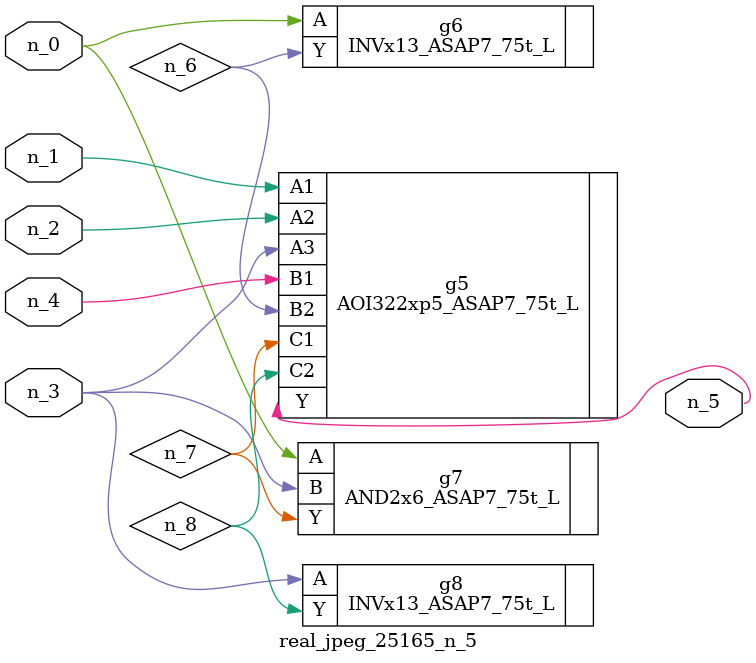
<source format=v>
module real_jpeg_25165_n_5 (n_4, n_0, n_1, n_2, n_3, n_5);

input n_4;
input n_0;
input n_1;
input n_2;
input n_3;

output n_5;

wire n_8;
wire n_6;
wire n_7;

INVx13_ASAP7_75t_L g6 ( 
.A(n_0),
.Y(n_6)
);

AND2x6_ASAP7_75t_L g7 ( 
.A(n_0),
.B(n_3),
.Y(n_7)
);

AOI322xp5_ASAP7_75t_L g5 ( 
.A1(n_1),
.A2(n_2),
.A3(n_3),
.B1(n_4),
.B2(n_6),
.C1(n_7),
.C2(n_8),
.Y(n_5)
);

INVx13_ASAP7_75t_L g8 ( 
.A(n_3),
.Y(n_8)
);


endmodule
</source>
